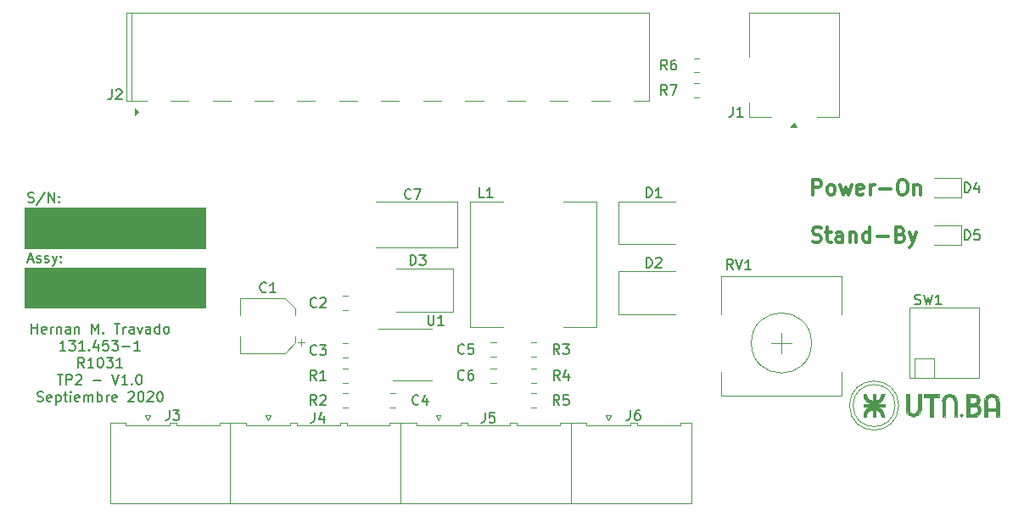
<source format=gbr>
G04 #@! TF.GenerationSoftware,KiCad,Pcbnew,5.1.5-52549c5~86~ubuntu18.04.1*
G04 #@! TF.CreationDate,2020-09-04T15:06:53-03:00*
G04 #@! TF.ProjectId,TPS54331,54505335-3433-4333-912e-6b696361645f,v1.0*
G04 #@! TF.SameCoordinates,Original*
G04 #@! TF.FileFunction,Legend,Top*
G04 #@! TF.FilePolarity,Positive*
%FSLAX46Y46*%
G04 Gerber Fmt 4.6, Leading zero omitted, Abs format (unit mm)*
G04 Created by KiCad (PCBNEW 5.1.5-52549c5~86~ubuntu18.04.1) date 2020-09-04 15:06:53*
%MOMM*%
%LPD*%
G04 APERTURE LIST*
%ADD10C,0.200000*%
%ADD11C,0.100000*%
%ADD12C,0.300000*%
%ADD13C,0.120000*%
%ADD14C,0.050000*%
%ADD15C,0.150000*%
%ADD16C,0.250000*%
%ADD17C,0.280000*%
G04 APERTURE END LIST*
D10*
X97416666Y-98552380D02*
X97416666Y-97552380D01*
X97416666Y-98028571D02*
X97988095Y-98028571D01*
X97988095Y-98552380D02*
X97988095Y-97552380D01*
X98845238Y-98504761D02*
X98750000Y-98552380D01*
X98559523Y-98552380D01*
X98464285Y-98504761D01*
X98416666Y-98409523D01*
X98416666Y-98028571D01*
X98464285Y-97933333D01*
X98559523Y-97885714D01*
X98750000Y-97885714D01*
X98845238Y-97933333D01*
X98892857Y-98028571D01*
X98892857Y-98123809D01*
X98416666Y-98219047D01*
X99321428Y-98552380D02*
X99321428Y-97885714D01*
X99321428Y-98076190D02*
X99369047Y-97980952D01*
X99416666Y-97933333D01*
X99511904Y-97885714D01*
X99607142Y-97885714D01*
X99940476Y-97885714D02*
X99940476Y-98552380D01*
X99940476Y-97980952D02*
X99988095Y-97933333D01*
X100083333Y-97885714D01*
X100226190Y-97885714D01*
X100321428Y-97933333D01*
X100369047Y-98028571D01*
X100369047Y-98552380D01*
X101273809Y-98552380D02*
X101273809Y-98028571D01*
X101226190Y-97933333D01*
X101130952Y-97885714D01*
X100940476Y-97885714D01*
X100845238Y-97933333D01*
X101273809Y-98504761D02*
X101178571Y-98552380D01*
X100940476Y-98552380D01*
X100845238Y-98504761D01*
X100797619Y-98409523D01*
X100797619Y-98314285D01*
X100845238Y-98219047D01*
X100940476Y-98171428D01*
X101178571Y-98171428D01*
X101273809Y-98123809D01*
X101750000Y-97885714D02*
X101750000Y-98552380D01*
X101750000Y-97980952D02*
X101797619Y-97933333D01*
X101892857Y-97885714D01*
X102035714Y-97885714D01*
X102130952Y-97933333D01*
X102178571Y-98028571D01*
X102178571Y-98552380D01*
X103416666Y-98552380D02*
X103416666Y-97552380D01*
X103750000Y-98266666D01*
X104083333Y-97552380D01*
X104083333Y-98552380D01*
X104559523Y-98457142D02*
X104607142Y-98504761D01*
X104559523Y-98552380D01*
X104511904Y-98504761D01*
X104559523Y-98457142D01*
X104559523Y-98552380D01*
X105654761Y-97552380D02*
X106226190Y-97552380D01*
X105940476Y-98552380D02*
X105940476Y-97552380D01*
X106559523Y-98552380D02*
X106559523Y-97885714D01*
X106559523Y-98076190D02*
X106607142Y-97980952D01*
X106654761Y-97933333D01*
X106750000Y-97885714D01*
X106845238Y-97885714D01*
X107607142Y-98552380D02*
X107607142Y-98028571D01*
X107559523Y-97933333D01*
X107464285Y-97885714D01*
X107273809Y-97885714D01*
X107178571Y-97933333D01*
X107607142Y-98504761D02*
X107511904Y-98552380D01*
X107273809Y-98552380D01*
X107178571Y-98504761D01*
X107130952Y-98409523D01*
X107130952Y-98314285D01*
X107178571Y-98219047D01*
X107273809Y-98171428D01*
X107511904Y-98171428D01*
X107607142Y-98123809D01*
X107988095Y-97885714D02*
X108226190Y-98552380D01*
X108464285Y-97885714D01*
X109273809Y-98552380D02*
X109273809Y-98028571D01*
X109226190Y-97933333D01*
X109130952Y-97885714D01*
X108940476Y-97885714D01*
X108845238Y-97933333D01*
X109273809Y-98504761D02*
X109178571Y-98552380D01*
X108940476Y-98552380D01*
X108845238Y-98504761D01*
X108797619Y-98409523D01*
X108797619Y-98314285D01*
X108845238Y-98219047D01*
X108940476Y-98171428D01*
X109178571Y-98171428D01*
X109273809Y-98123809D01*
X110178571Y-98552380D02*
X110178571Y-97552380D01*
X110178571Y-98504761D02*
X110083333Y-98552380D01*
X109892857Y-98552380D01*
X109797619Y-98504761D01*
X109750000Y-98457142D01*
X109702380Y-98361904D01*
X109702380Y-98076190D01*
X109750000Y-97980952D01*
X109797619Y-97933333D01*
X109892857Y-97885714D01*
X110083333Y-97885714D01*
X110178571Y-97933333D01*
X110797619Y-98552380D02*
X110702380Y-98504761D01*
X110654761Y-98457142D01*
X110607142Y-98361904D01*
X110607142Y-98076190D01*
X110654761Y-97980952D01*
X110702380Y-97933333D01*
X110797619Y-97885714D01*
X110940476Y-97885714D01*
X111035714Y-97933333D01*
X111083333Y-97980952D01*
X111130952Y-98076190D01*
X111130952Y-98361904D01*
X111083333Y-98457142D01*
X111035714Y-98504761D01*
X110940476Y-98552380D01*
X110797619Y-98552380D01*
X100821428Y-100252380D02*
X100250000Y-100252380D01*
X100535714Y-100252380D02*
X100535714Y-99252380D01*
X100440476Y-99395238D01*
X100345238Y-99490476D01*
X100250000Y-99538095D01*
X101154761Y-99252380D02*
X101773809Y-99252380D01*
X101440476Y-99633333D01*
X101583333Y-99633333D01*
X101678571Y-99680952D01*
X101726190Y-99728571D01*
X101773809Y-99823809D01*
X101773809Y-100061904D01*
X101726190Y-100157142D01*
X101678571Y-100204761D01*
X101583333Y-100252380D01*
X101297619Y-100252380D01*
X101202380Y-100204761D01*
X101154761Y-100157142D01*
X102726190Y-100252380D02*
X102154761Y-100252380D01*
X102440476Y-100252380D02*
X102440476Y-99252380D01*
X102345238Y-99395238D01*
X102250000Y-99490476D01*
X102154761Y-99538095D01*
X103154761Y-100157142D02*
X103202380Y-100204761D01*
X103154761Y-100252380D01*
X103107142Y-100204761D01*
X103154761Y-100157142D01*
X103154761Y-100252380D01*
X104059523Y-99585714D02*
X104059523Y-100252380D01*
X103821428Y-99204761D02*
X103583333Y-99919047D01*
X104202380Y-99919047D01*
X105059523Y-99252380D02*
X104583333Y-99252380D01*
X104535714Y-99728571D01*
X104583333Y-99680952D01*
X104678571Y-99633333D01*
X104916666Y-99633333D01*
X105011904Y-99680952D01*
X105059523Y-99728571D01*
X105107142Y-99823809D01*
X105107142Y-100061904D01*
X105059523Y-100157142D01*
X105011904Y-100204761D01*
X104916666Y-100252380D01*
X104678571Y-100252380D01*
X104583333Y-100204761D01*
X104535714Y-100157142D01*
X105440476Y-99252380D02*
X106059523Y-99252380D01*
X105726190Y-99633333D01*
X105869047Y-99633333D01*
X105964285Y-99680952D01*
X106011904Y-99728571D01*
X106059523Y-99823809D01*
X106059523Y-100061904D01*
X106011904Y-100157142D01*
X105964285Y-100204761D01*
X105869047Y-100252380D01*
X105583333Y-100252380D01*
X105488095Y-100204761D01*
X105440476Y-100157142D01*
X106488095Y-99871428D02*
X107250000Y-99871428D01*
X108250000Y-100252380D02*
X107678571Y-100252380D01*
X107964285Y-100252380D02*
X107964285Y-99252380D01*
X107869047Y-99395238D01*
X107773809Y-99490476D01*
X107678571Y-99538095D01*
X102654761Y-101952380D02*
X102321428Y-101476190D01*
X102083333Y-101952380D02*
X102083333Y-100952380D01*
X102464285Y-100952380D01*
X102559523Y-101000000D01*
X102607142Y-101047619D01*
X102654761Y-101142857D01*
X102654761Y-101285714D01*
X102607142Y-101380952D01*
X102559523Y-101428571D01*
X102464285Y-101476190D01*
X102083333Y-101476190D01*
X103607142Y-101952380D02*
X103035714Y-101952380D01*
X103321428Y-101952380D02*
X103321428Y-100952380D01*
X103226190Y-101095238D01*
X103130952Y-101190476D01*
X103035714Y-101238095D01*
X104226190Y-100952380D02*
X104321428Y-100952380D01*
X104416666Y-101000000D01*
X104464285Y-101047619D01*
X104511904Y-101142857D01*
X104559523Y-101333333D01*
X104559523Y-101571428D01*
X104511904Y-101761904D01*
X104464285Y-101857142D01*
X104416666Y-101904761D01*
X104321428Y-101952380D01*
X104226190Y-101952380D01*
X104130952Y-101904761D01*
X104083333Y-101857142D01*
X104035714Y-101761904D01*
X103988095Y-101571428D01*
X103988095Y-101333333D01*
X104035714Y-101142857D01*
X104083333Y-101047619D01*
X104130952Y-101000000D01*
X104226190Y-100952380D01*
X104892857Y-100952380D02*
X105511904Y-100952380D01*
X105178571Y-101333333D01*
X105321428Y-101333333D01*
X105416666Y-101380952D01*
X105464285Y-101428571D01*
X105511904Y-101523809D01*
X105511904Y-101761904D01*
X105464285Y-101857142D01*
X105416666Y-101904761D01*
X105321428Y-101952380D01*
X105035714Y-101952380D01*
X104940476Y-101904761D01*
X104892857Y-101857142D01*
X106464285Y-101952380D02*
X105892857Y-101952380D01*
X106178571Y-101952380D02*
X106178571Y-100952380D01*
X106083333Y-101095238D01*
X105988095Y-101190476D01*
X105892857Y-101238095D01*
X99988095Y-102652380D02*
X100559523Y-102652380D01*
X100273809Y-103652380D02*
X100273809Y-102652380D01*
X100892857Y-103652380D02*
X100892857Y-102652380D01*
X101273809Y-102652380D01*
X101369047Y-102700000D01*
X101416666Y-102747619D01*
X101464285Y-102842857D01*
X101464285Y-102985714D01*
X101416666Y-103080952D01*
X101369047Y-103128571D01*
X101273809Y-103176190D01*
X100892857Y-103176190D01*
X101845238Y-102747619D02*
X101892857Y-102700000D01*
X101988095Y-102652380D01*
X102226190Y-102652380D01*
X102321428Y-102700000D01*
X102369047Y-102747619D01*
X102416666Y-102842857D01*
X102416666Y-102938095D01*
X102369047Y-103080952D01*
X101797619Y-103652380D01*
X102416666Y-103652380D01*
X103607142Y-103271428D02*
X104369047Y-103271428D01*
X105464285Y-102652380D02*
X105797619Y-103652380D01*
X106130952Y-102652380D01*
X106988095Y-103652380D02*
X106416666Y-103652380D01*
X106702380Y-103652380D02*
X106702380Y-102652380D01*
X106607142Y-102795238D01*
X106511904Y-102890476D01*
X106416666Y-102938095D01*
X107416666Y-103557142D02*
X107464285Y-103604761D01*
X107416666Y-103652380D01*
X107369047Y-103604761D01*
X107416666Y-103557142D01*
X107416666Y-103652380D01*
X108083333Y-102652380D02*
X108178571Y-102652380D01*
X108273809Y-102700000D01*
X108321428Y-102747619D01*
X108369047Y-102842857D01*
X108416666Y-103033333D01*
X108416666Y-103271428D01*
X108369047Y-103461904D01*
X108321428Y-103557142D01*
X108273809Y-103604761D01*
X108178571Y-103652380D01*
X108083333Y-103652380D01*
X107988095Y-103604761D01*
X107940476Y-103557142D01*
X107892857Y-103461904D01*
X107845238Y-103271428D01*
X107845238Y-103033333D01*
X107892857Y-102842857D01*
X107940476Y-102747619D01*
X107988095Y-102700000D01*
X108083333Y-102652380D01*
X97988095Y-105304761D02*
X98130952Y-105352380D01*
X98369047Y-105352380D01*
X98464285Y-105304761D01*
X98511904Y-105257142D01*
X98559523Y-105161904D01*
X98559523Y-105066666D01*
X98511904Y-104971428D01*
X98464285Y-104923809D01*
X98369047Y-104876190D01*
X98178571Y-104828571D01*
X98083333Y-104780952D01*
X98035714Y-104733333D01*
X97988095Y-104638095D01*
X97988095Y-104542857D01*
X98035714Y-104447619D01*
X98083333Y-104400000D01*
X98178571Y-104352380D01*
X98416666Y-104352380D01*
X98559523Y-104400000D01*
X99369047Y-105304761D02*
X99273809Y-105352380D01*
X99083333Y-105352380D01*
X98988095Y-105304761D01*
X98940476Y-105209523D01*
X98940476Y-104828571D01*
X98988095Y-104733333D01*
X99083333Y-104685714D01*
X99273809Y-104685714D01*
X99369047Y-104733333D01*
X99416666Y-104828571D01*
X99416666Y-104923809D01*
X98940476Y-105019047D01*
X99845238Y-104685714D02*
X99845238Y-105685714D01*
X99845238Y-104733333D02*
X99940476Y-104685714D01*
X100130952Y-104685714D01*
X100226190Y-104733333D01*
X100273809Y-104780952D01*
X100321428Y-104876190D01*
X100321428Y-105161904D01*
X100273809Y-105257142D01*
X100226190Y-105304761D01*
X100130952Y-105352380D01*
X99940476Y-105352380D01*
X99845238Y-105304761D01*
X100607142Y-104685714D02*
X100988095Y-104685714D01*
X100750000Y-104352380D02*
X100750000Y-105209523D01*
X100797619Y-105304761D01*
X100892857Y-105352380D01*
X100988095Y-105352380D01*
X101321428Y-105352380D02*
X101321428Y-104685714D01*
X101321428Y-104352380D02*
X101273809Y-104400000D01*
X101321428Y-104447619D01*
X101369047Y-104400000D01*
X101321428Y-104352380D01*
X101321428Y-104447619D01*
X102178571Y-105304761D02*
X102083333Y-105352380D01*
X101892857Y-105352380D01*
X101797619Y-105304761D01*
X101750000Y-105209523D01*
X101750000Y-104828571D01*
X101797619Y-104733333D01*
X101892857Y-104685714D01*
X102083333Y-104685714D01*
X102178571Y-104733333D01*
X102226190Y-104828571D01*
X102226190Y-104923809D01*
X101750000Y-105019047D01*
X102654761Y-105352380D02*
X102654761Y-104685714D01*
X102654761Y-104780952D02*
X102702380Y-104733333D01*
X102797619Y-104685714D01*
X102940476Y-104685714D01*
X103035714Y-104733333D01*
X103083333Y-104828571D01*
X103083333Y-105352380D01*
X103083333Y-104828571D02*
X103130952Y-104733333D01*
X103226190Y-104685714D01*
X103369047Y-104685714D01*
X103464285Y-104733333D01*
X103511904Y-104828571D01*
X103511904Y-105352380D01*
X103988095Y-105352380D02*
X103988095Y-104352380D01*
X103988095Y-104733333D02*
X104083333Y-104685714D01*
X104273809Y-104685714D01*
X104369047Y-104733333D01*
X104416666Y-104780952D01*
X104464285Y-104876190D01*
X104464285Y-105161904D01*
X104416666Y-105257142D01*
X104369047Y-105304761D01*
X104273809Y-105352380D01*
X104083333Y-105352380D01*
X103988095Y-105304761D01*
X104892857Y-105352380D02*
X104892857Y-104685714D01*
X104892857Y-104876190D02*
X104940476Y-104780952D01*
X104988095Y-104733333D01*
X105083333Y-104685714D01*
X105178571Y-104685714D01*
X105892857Y-105304761D02*
X105797619Y-105352380D01*
X105607142Y-105352380D01*
X105511904Y-105304761D01*
X105464285Y-105209523D01*
X105464285Y-104828571D01*
X105511904Y-104733333D01*
X105607142Y-104685714D01*
X105797619Y-104685714D01*
X105892857Y-104733333D01*
X105940476Y-104828571D01*
X105940476Y-104923809D01*
X105464285Y-105019047D01*
X107083333Y-104447619D02*
X107130952Y-104400000D01*
X107226190Y-104352380D01*
X107464285Y-104352380D01*
X107559523Y-104400000D01*
X107607142Y-104447619D01*
X107654761Y-104542857D01*
X107654761Y-104638095D01*
X107607142Y-104780952D01*
X107035714Y-105352380D01*
X107654761Y-105352380D01*
X108273809Y-104352380D02*
X108369047Y-104352380D01*
X108464285Y-104400000D01*
X108511904Y-104447619D01*
X108559523Y-104542857D01*
X108607142Y-104733333D01*
X108607142Y-104971428D01*
X108559523Y-105161904D01*
X108511904Y-105257142D01*
X108464285Y-105304761D01*
X108369047Y-105352380D01*
X108273809Y-105352380D01*
X108178571Y-105304761D01*
X108130952Y-105257142D01*
X108083333Y-105161904D01*
X108035714Y-104971428D01*
X108035714Y-104733333D01*
X108083333Y-104542857D01*
X108130952Y-104447619D01*
X108178571Y-104400000D01*
X108273809Y-104352380D01*
X108988095Y-104447619D02*
X109035714Y-104400000D01*
X109130952Y-104352380D01*
X109369047Y-104352380D01*
X109464285Y-104400000D01*
X109511904Y-104447619D01*
X109559523Y-104542857D01*
X109559523Y-104638095D01*
X109511904Y-104780952D01*
X108940476Y-105352380D01*
X109559523Y-105352380D01*
X110178571Y-104352380D02*
X110273809Y-104352380D01*
X110369047Y-104400000D01*
X110416666Y-104447619D01*
X110464285Y-104542857D01*
X110511904Y-104733333D01*
X110511904Y-104971428D01*
X110464285Y-105161904D01*
X110416666Y-105257142D01*
X110369047Y-105304761D01*
X110273809Y-105352380D01*
X110178571Y-105352380D01*
X110083333Y-105304761D01*
X110035714Y-105257142D01*
X109988095Y-105161904D01*
X109940476Y-104971428D01*
X109940476Y-104733333D01*
X109988095Y-104542857D01*
X110035714Y-104447619D01*
X110083333Y-104400000D01*
X110178571Y-104352380D01*
X97070476Y-91166666D02*
X97546666Y-91166666D01*
X96975238Y-91452380D02*
X97308571Y-90452380D01*
X97641904Y-91452380D01*
X97927619Y-91404761D02*
X98022857Y-91452380D01*
X98213333Y-91452380D01*
X98308571Y-91404761D01*
X98356190Y-91309523D01*
X98356190Y-91261904D01*
X98308571Y-91166666D01*
X98213333Y-91119047D01*
X98070476Y-91119047D01*
X97975238Y-91071428D01*
X97927619Y-90976190D01*
X97927619Y-90928571D01*
X97975238Y-90833333D01*
X98070476Y-90785714D01*
X98213333Y-90785714D01*
X98308571Y-90833333D01*
X98737142Y-91404761D02*
X98832380Y-91452380D01*
X99022857Y-91452380D01*
X99118095Y-91404761D01*
X99165714Y-91309523D01*
X99165714Y-91261904D01*
X99118095Y-91166666D01*
X99022857Y-91119047D01*
X98880000Y-91119047D01*
X98784761Y-91071428D01*
X98737142Y-90976190D01*
X98737142Y-90928571D01*
X98784761Y-90833333D01*
X98880000Y-90785714D01*
X99022857Y-90785714D01*
X99118095Y-90833333D01*
X99499047Y-90785714D02*
X99737142Y-91452380D01*
X99975238Y-90785714D02*
X99737142Y-91452380D01*
X99641904Y-91690476D01*
X99594285Y-91738095D01*
X99499047Y-91785714D01*
X100356190Y-91357142D02*
X100403809Y-91404761D01*
X100356190Y-91452380D01*
X100308571Y-91404761D01*
X100356190Y-91357142D01*
X100356190Y-91452380D01*
X100356190Y-90833333D02*
X100403809Y-90880952D01*
X100356190Y-90928571D01*
X100308571Y-90880952D01*
X100356190Y-90833333D01*
X100356190Y-90928571D01*
D11*
G36*
X114750000Y-96000000D02*
G01*
X96750000Y-96000000D01*
X96750000Y-92000000D01*
X114750000Y-92000000D01*
X114750000Y-96000000D01*
G37*
X114750000Y-96000000D02*
X96750000Y-96000000D01*
X96750000Y-92000000D01*
X114750000Y-92000000D01*
X114750000Y-96000000D01*
D10*
X97070476Y-85404761D02*
X97213333Y-85452380D01*
X97451428Y-85452380D01*
X97546666Y-85404761D01*
X97594285Y-85357142D01*
X97641904Y-85261904D01*
X97641904Y-85166666D01*
X97594285Y-85071428D01*
X97546666Y-85023809D01*
X97451428Y-84976190D01*
X97260952Y-84928571D01*
X97165714Y-84880952D01*
X97118095Y-84833333D01*
X97070476Y-84738095D01*
X97070476Y-84642857D01*
X97118095Y-84547619D01*
X97165714Y-84500000D01*
X97260952Y-84452380D01*
X97499047Y-84452380D01*
X97641904Y-84500000D01*
X98784761Y-84404761D02*
X97927619Y-85690476D01*
X99118095Y-85452380D02*
X99118095Y-84452380D01*
X99689523Y-85452380D01*
X99689523Y-84452380D01*
X100165714Y-85357142D02*
X100213333Y-85404761D01*
X100165714Y-85452380D01*
X100118095Y-85404761D01*
X100165714Y-85357142D01*
X100165714Y-85452380D01*
X100165714Y-84833333D02*
X100213333Y-84880952D01*
X100165714Y-84928571D01*
X100118095Y-84880952D01*
X100165714Y-84833333D01*
X100165714Y-84928571D01*
D11*
G36*
X114750000Y-90000000D02*
G01*
X96750000Y-90000000D01*
X96750000Y-86000000D01*
X114750000Y-86000000D01*
X114750000Y-90000000D01*
G37*
X114750000Y-90000000D02*
X96750000Y-90000000D01*
X96750000Y-86000000D01*
X114750000Y-86000000D01*
X114750000Y-90000000D01*
D12*
X175392857Y-84678571D02*
X175392857Y-83178571D01*
X175964285Y-83178571D01*
X176107142Y-83250000D01*
X176178571Y-83321428D01*
X176250000Y-83464285D01*
X176250000Y-83678571D01*
X176178571Y-83821428D01*
X176107142Y-83892857D01*
X175964285Y-83964285D01*
X175392857Y-83964285D01*
X177107142Y-84678571D02*
X176964285Y-84607142D01*
X176892857Y-84535714D01*
X176821428Y-84392857D01*
X176821428Y-83964285D01*
X176892857Y-83821428D01*
X176964285Y-83750000D01*
X177107142Y-83678571D01*
X177321428Y-83678571D01*
X177464285Y-83750000D01*
X177535714Y-83821428D01*
X177607142Y-83964285D01*
X177607142Y-84392857D01*
X177535714Y-84535714D01*
X177464285Y-84607142D01*
X177321428Y-84678571D01*
X177107142Y-84678571D01*
X178107142Y-83678571D02*
X178392857Y-84678571D01*
X178678571Y-83964285D01*
X178964285Y-84678571D01*
X179250000Y-83678571D01*
X180392857Y-84607142D02*
X180250000Y-84678571D01*
X179964285Y-84678571D01*
X179821428Y-84607142D01*
X179750000Y-84464285D01*
X179750000Y-83892857D01*
X179821428Y-83750000D01*
X179964285Y-83678571D01*
X180250000Y-83678571D01*
X180392857Y-83750000D01*
X180464285Y-83892857D01*
X180464285Y-84035714D01*
X179750000Y-84178571D01*
X181107142Y-84678571D02*
X181107142Y-83678571D01*
X181107142Y-83964285D02*
X181178571Y-83821428D01*
X181250000Y-83750000D01*
X181392857Y-83678571D01*
X181535714Y-83678571D01*
X182035714Y-84107142D02*
X183178571Y-84107142D01*
X184178571Y-83178571D02*
X184464285Y-83178571D01*
X184607142Y-83250000D01*
X184750000Y-83392857D01*
X184821428Y-83678571D01*
X184821428Y-84178571D01*
X184750000Y-84464285D01*
X184607142Y-84607142D01*
X184464285Y-84678571D01*
X184178571Y-84678571D01*
X184035714Y-84607142D01*
X183892857Y-84464285D01*
X183821428Y-84178571D01*
X183821428Y-83678571D01*
X183892857Y-83392857D01*
X184035714Y-83250000D01*
X184178571Y-83178571D01*
X185464285Y-83678571D02*
X185464285Y-84678571D01*
X185464285Y-83821428D02*
X185535714Y-83750000D01*
X185678571Y-83678571D01*
X185892857Y-83678571D01*
X186035714Y-83750000D01*
X186107142Y-83892857D01*
X186107142Y-84678571D01*
X175357142Y-89357142D02*
X175571428Y-89428571D01*
X175928571Y-89428571D01*
X176071428Y-89357142D01*
X176142857Y-89285714D01*
X176214285Y-89142857D01*
X176214285Y-89000000D01*
X176142857Y-88857142D01*
X176071428Y-88785714D01*
X175928571Y-88714285D01*
X175642857Y-88642857D01*
X175500000Y-88571428D01*
X175428571Y-88500000D01*
X175357142Y-88357142D01*
X175357142Y-88214285D01*
X175428571Y-88071428D01*
X175500000Y-88000000D01*
X175642857Y-87928571D01*
X176000000Y-87928571D01*
X176214285Y-88000000D01*
X176642857Y-88428571D02*
X177214285Y-88428571D01*
X176857142Y-87928571D02*
X176857142Y-89214285D01*
X176928571Y-89357142D01*
X177071428Y-89428571D01*
X177214285Y-89428571D01*
X178357142Y-89428571D02*
X178357142Y-88642857D01*
X178285714Y-88500000D01*
X178142857Y-88428571D01*
X177857142Y-88428571D01*
X177714285Y-88500000D01*
X178357142Y-89357142D02*
X178214285Y-89428571D01*
X177857142Y-89428571D01*
X177714285Y-89357142D01*
X177642857Y-89214285D01*
X177642857Y-89071428D01*
X177714285Y-88928571D01*
X177857142Y-88857142D01*
X178214285Y-88857142D01*
X178357142Y-88785714D01*
X179071428Y-88428571D02*
X179071428Y-89428571D01*
X179071428Y-88571428D02*
X179142857Y-88500000D01*
X179285714Y-88428571D01*
X179500000Y-88428571D01*
X179642857Y-88500000D01*
X179714285Y-88642857D01*
X179714285Y-89428571D01*
X181071428Y-89428571D02*
X181071428Y-87928571D01*
X181071428Y-89357142D02*
X180928571Y-89428571D01*
X180642857Y-89428571D01*
X180500000Y-89357142D01*
X180428571Y-89285714D01*
X180357142Y-89142857D01*
X180357142Y-88714285D01*
X180428571Y-88571428D01*
X180500000Y-88500000D01*
X180642857Y-88428571D01*
X180928571Y-88428571D01*
X181071428Y-88500000D01*
X181785714Y-88857142D02*
X182928571Y-88857142D01*
X184142857Y-88642857D02*
X184357142Y-88714285D01*
X184428571Y-88785714D01*
X184500000Y-88928571D01*
X184500000Y-89142857D01*
X184428571Y-89285714D01*
X184357142Y-89357142D01*
X184214285Y-89428571D01*
X183642857Y-89428571D01*
X183642857Y-87928571D01*
X184142857Y-87928571D01*
X184285714Y-88000000D01*
X184357142Y-88071428D01*
X184428571Y-88214285D01*
X184428571Y-88357142D01*
X184357142Y-88500000D01*
X184285714Y-88571428D01*
X184142857Y-88642857D01*
X183642857Y-88642857D01*
X185000000Y-88428571D02*
X185357142Y-89428571D01*
X185714285Y-88428571D02*
X185357142Y-89428571D01*
X185214285Y-89785714D01*
X185142857Y-89857142D01*
X185000000Y-89928571D01*
D13*
X155250000Y-106750000D02*
X155000000Y-107250000D01*
X154750000Y-106750000D02*
X155250000Y-106750000D01*
X155000000Y-107250000D02*
X154750000Y-106750000D01*
X152800000Y-107700000D02*
X157200000Y-107700000D01*
X157880000Y-107700000D02*
X162180000Y-107700000D01*
X152800000Y-107500000D02*
X152800000Y-107700000D01*
X157200000Y-107700000D02*
X157200000Y-107500000D01*
X151250000Y-115500000D02*
X163250000Y-115500000D01*
X163250000Y-115500000D02*
X163250000Y-107500000D01*
X162180000Y-107500000D02*
X163250000Y-107500000D01*
X162180000Y-107700000D02*
X162180000Y-107500000D01*
X152800000Y-107500000D02*
X151250000Y-107500000D01*
X157200000Y-107500000D02*
X157880000Y-107500000D01*
X157880000Y-107500000D02*
X157880000Y-107700000D01*
X151250000Y-115500000D02*
X151250000Y-107500000D01*
X138250000Y-106750000D02*
X138000000Y-107250000D01*
X137750000Y-106750000D02*
X138250000Y-106750000D01*
X138000000Y-107250000D02*
X137750000Y-106750000D01*
X134250000Y-107500000D02*
X135800000Y-107500000D01*
X134250000Y-115500000D02*
X134250000Y-107500000D01*
X140200000Y-107500000D02*
X140880000Y-107500000D01*
X135800000Y-107700000D02*
X140200000Y-107700000D01*
X151250000Y-115500000D02*
X151250000Y-107500000D01*
X150160000Y-107700000D02*
X150160000Y-107500000D01*
X150160000Y-107500000D02*
X151250000Y-107500000D01*
X145860000Y-107700000D02*
X150160000Y-107700000D01*
X140200000Y-107700000D02*
X140200000Y-107500000D01*
X145860000Y-107500000D02*
X145860000Y-107700000D01*
X140880000Y-107500000D02*
X140880000Y-107700000D01*
X145180000Y-107700000D02*
X145180000Y-107500000D01*
X140880000Y-107700000D02*
X145180000Y-107700000D01*
X135800000Y-107500000D02*
X135800000Y-107700000D01*
X134250000Y-115500000D02*
X151250000Y-115500000D01*
X145200000Y-107500000D02*
X145860000Y-107500000D01*
X121250000Y-106750000D02*
X121000000Y-107250000D01*
X120750000Y-106750000D02*
X121250000Y-106750000D01*
X121000000Y-107250000D02*
X120750000Y-106750000D01*
X117250000Y-107500000D02*
X118800000Y-107500000D01*
X117250000Y-115500000D02*
X117250000Y-107500000D01*
X123200000Y-107500000D02*
X123880000Y-107500000D01*
X118800000Y-107700000D02*
X123200000Y-107700000D01*
X134250000Y-115500000D02*
X134250000Y-107500000D01*
X133160000Y-107700000D02*
X133160000Y-107500000D01*
X133160000Y-107500000D02*
X134250000Y-107500000D01*
X128860000Y-107700000D02*
X133160000Y-107700000D01*
X123200000Y-107700000D02*
X123200000Y-107500000D01*
X128860000Y-107500000D02*
X128860000Y-107700000D01*
X123880000Y-107500000D02*
X123880000Y-107700000D01*
X128180000Y-107700000D02*
X128180000Y-107500000D01*
X123880000Y-107700000D02*
X128180000Y-107700000D01*
X118800000Y-107500000D02*
X118800000Y-107700000D01*
X117250000Y-115500000D02*
X134250000Y-115500000D01*
X128200000Y-107500000D02*
X128860000Y-107500000D01*
X109250000Y-106750000D02*
X109000000Y-107250000D01*
X108750000Y-106750000D02*
X109250000Y-106750000D01*
X109000000Y-107250000D02*
X108750000Y-106750000D01*
X106800000Y-107700000D02*
X111200000Y-107700000D01*
X111880000Y-107700000D02*
X116180000Y-107700000D01*
X106800000Y-107500000D02*
X106800000Y-107700000D01*
X111200000Y-107700000D02*
X111200000Y-107500000D01*
X105250000Y-115500000D02*
X117250000Y-115500000D01*
X117250000Y-115500000D02*
X117250000Y-107500000D01*
X116180000Y-107500000D02*
X117250000Y-107500000D01*
X116180000Y-107700000D02*
X116180000Y-107500000D01*
X106800000Y-107500000D02*
X105250000Y-107500000D01*
X111200000Y-107500000D02*
X111880000Y-107500000D01*
X111880000Y-107500000D02*
X111880000Y-107700000D01*
X105250000Y-115500000D02*
X105250000Y-107500000D01*
D14*
X187375000Y-106875000D02*
X187375000Y-106800000D01*
X187150000Y-106875000D02*
X187375000Y-106875000D01*
X187150000Y-106800000D02*
X187150000Y-106875000D01*
D15*
X187300000Y-106800000D02*
X187300000Y-104900000D01*
X187200000Y-104900000D02*
X187200000Y-106800000D01*
D14*
X187950000Y-104675000D02*
X187950000Y-104800000D01*
X186550000Y-104700000D02*
X186550000Y-104800000D01*
D15*
X187925000Y-104825000D02*
X186575000Y-104825000D01*
X186575000Y-104675000D02*
X187925000Y-104675000D01*
D14*
X190275000Y-106750000D02*
G75*
G03X190275000Y-106750000I-25000J0D01*
G01*
D10*
X190325000Y-106750000D02*
G75*
G03X190325000Y-106750000I-75000J0D01*
G01*
D14*
X189775000Y-106850000D02*
X189775000Y-106775000D01*
X189525000Y-106850000D02*
X189775000Y-106850000D01*
X189525000Y-106775000D02*
X189525000Y-106850000D01*
X188575000Y-106850000D02*
X188575000Y-106775000D01*
X188325000Y-106850000D02*
X188575000Y-106850000D01*
X188325000Y-106750000D02*
X188325000Y-106850000D01*
X184975000Y-104650000D02*
X184975000Y-104725000D01*
X184725000Y-104650000D02*
X184975000Y-104650000D01*
X184725000Y-104725000D02*
X184725000Y-104650000D01*
X186175000Y-104650000D02*
X186175000Y-104725000D01*
X185925000Y-104650000D02*
X186175000Y-104650000D01*
X185925000Y-104750000D02*
X185925000Y-104650000D01*
D16*
X184850000Y-106150000D02*
X184850000Y-104750000D01*
X186050000Y-106150000D02*
G75*
G02X184850000Y-106150000I-600000J0D01*
G01*
X186050000Y-106150000D02*
X186050000Y-104750000D01*
X189650000Y-105350000D02*
X189650000Y-106750000D01*
X188450000Y-105350000D02*
G75*
G02X189650000Y-105350000I600000J0D01*
G01*
X188450000Y-105350000D02*
X188450000Y-106750000D01*
X192800000Y-106150000D02*
X193725000Y-106150000D01*
D14*
X193975000Y-106850000D02*
X193975000Y-106775000D01*
X193950000Y-106850000D02*
X193975000Y-106850000D01*
X193725000Y-106850000D02*
X193950000Y-106850000D01*
X193725000Y-106750000D02*
X193725000Y-106850000D01*
X192525000Y-106750000D02*
X192775000Y-106750000D01*
X192775000Y-106800000D02*
X192525000Y-106800000D01*
X192525000Y-106850000D02*
X192775000Y-106850000D01*
D16*
X193850000Y-105350000D02*
X193850000Y-106750000D01*
X192650000Y-105350000D02*
X192650000Y-106750000D01*
X192650000Y-105350000D02*
G75*
G02X193850000Y-105350000I600000J0D01*
G01*
X191475000Y-105700000D02*
X191000000Y-105700000D01*
X190875000Y-106750000D02*
X191500000Y-106750000D01*
X190875000Y-104750000D02*
X190875000Y-106750000D01*
X191475000Y-104750000D02*
X190875000Y-104750000D01*
X191475000Y-104750000D02*
G75*
G02X191475000Y-105700000I0J-475000D01*
G01*
D17*
X191525000Y-105700000D02*
G75*
G02X191525000Y-106750000I0J-525000D01*
G01*
D14*
X190750000Y-106850000D02*
X191750000Y-106850000D01*
X190750000Y-104675000D02*
X190750000Y-106875000D01*
X190725000Y-104650000D02*
X191700000Y-104650000D01*
X191000000Y-104900000D02*
X191000000Y-105550000D01*
X191475000Y-104900000D02*
G75*
G02X191475000Y-105550000I0J-325000D01*
G01*
X191525000Y-105850000D02*
G75*
G02X191525000Y-106600000I0J-375000D01*
G01*
X191000000Y-106600000D02*
X191525000Y-106600000D01*
X191525000Y-105550000D02*
G75*
G02X191525000Y-106900000I0J-675000D01*
G01*
X191475000Y-104600000D02*
G75*
G02X191475000Y-105850000I0J-625000D01*
G01*
X190700000Y-104600000D02*
X191475000Y-104600000D01*
X191000000Y-104900000D02*
X191475000Y-104900000D01*
X191000000Y-105550000D02*
X191525000Y-105550000D01*
X191000000Y-105850000D02*
X191525000Y-105850000D01*
X191000000Y-106900000D02*
X191525000Y-106900000D01*
X191000000Y-106600000D02*
X191000000Y-105850000D01*
X191000000Y-106900000D02*
X190700000Y-106900000D01*
X190700000Y-106900000D02*
X190700000Y-104600000D01*
X193700000Y-106000000D02*
X192800000Y-106000000D01*
X192800000Y-106300000D02*
X193700000Y-106300000D01*
X194000000Y-106900000D02*
X194000000Y-105350000D01*
X192500000Y-105350000D02*
G75*
G02X194000000Y-105350000I750000J0D01*
G01*
X192800000Y-106900000D02*
X192500000Y-106900000D01*
X192500000Y-106900000D02*
X192500000Y-105350000D01*
X193700000Y-106900000D02*
X193700000Y-105350000D01*
X194000000Y-106900000D02*
X193700000Y-106900000D01*
X192800000Y-106900000D02*
X192800000Y-105350000D01*
X192800000Y-105350000D02*
G75*
G02X193700000Y-105350000I450000J0D01*
G01*
X190400000Y-106750000D02*
G75*
G03X190400000Y-106750000I-150000J0D01*
G01*
X188300000Y-105350000D02*
G75*
G02X189800000Y-105350000I750000J0D01*
G01*
X189800000Y-106900000D02*
X189800000Y-105350000D01*
X189800000Y-106900000D02*
X189500000Y-106900000D01*
X188600000Y-106900000D02*
X188600000Y-105350000D01*
X188600000Y-106900000D02*
X188300000Y-106900000D01*
X188600000Y-105350000D02*
G75*
G02X189500000Y-105350000I450000J0D01*
G01*
X189500000Y-106900000D02*
X189500000Y-105350000D01*
X188300000Y-106900000D02*
X188300000Y-105350000D01*
X187400000Y-104900000D02*
X188000000Y-104900000D01*
X186500000Y-104900000D02*
X187100000Y-104900000D01*
X187400000Y-106900000D02*
X187400000Y-104900000D01*
X187100000Y-106900000D02*
X187400000Y-106900000D01*
X187100000Y-104900000D02*
X187100000Y-106900000D01*
X188000000Y-104600000D02*
X188000000Y-104900000D01*
X186500000Y-104600000D02*
X188000000Y-104600000D01*
X186500000Y-104600000D02*
X186500000Y-104900000D01*
X186200000Y-106150000D02*
G75*
G02X184700000Y-106150000I-750000J0D01*
G01*
X185900000Y-106150000D02*
G75*
G02X185000000Y-106150000I-450000J0D01*
G01*
X185900000Y-104600000D02*
X185900000Y-106150000D01*
X185900000Y-104600000D02*
X186200000Y-104600000D01*
X186200000Y-104600000D02*
X186200000Y-106150000D01*
X184700000Y-104600000D02*
X184700000Y-106150000D01*
X185000000Y-104600000D02*
X185000000Y-106150000D01*
X184700000Y-104600000D02*
X185000000Y-104600000D01*
D11*
X180700043Y-106849338D02*
G75*
G02X182299999Y-106850001I799957J-50662D01*
G01*
X180499980Y-106850432D02*
G75*
G02X182499999Y-106850001I1000020J-49568D01*
G01*
D16*
X180600036Y-106799691D02*
G75*
G02X182399999Y-106800001I899964J-100309D01*
G01*
D11*
X182500020Y-104649568D02*
G75*
G02X180500001Y-104649999I-1000020J49568D01*
G01*
X182299957Y-104650662D02*
G75*
G02X180700001Y-104649999I-799957J50662D01*
G01*
D16*
X182399964Y-104700309D02*
G75*
G02X180600001Y-104699999I-899964J100309D01*
G01*
X180600000Y-105750000D02*
X182400000Y-105750000D01*
D14*
X180600000Y-105600000D02*
X180600000Y-105900000D01*
X182400000Y-105600000D02*
X182400000Y-105900000D01*
X182450000Y-105600000D02*
X182450000Y-105900000D01*
X182500000Y-105600000D02*
X182500000Y-105900000D01*
X180550000Y-105900000D02*
X180550000Y-105600000D01*
X180500000Y-105600000D02*
X180500000Y-105900000D01*
D16*
X181500000Y-104700000D02*
X181500000Y-106800000D01*
D14*
X181375000Y-104700000D02*
X181625000Y-104700000D01*
X181375000Y-106800000D02*
X181625000Y-106800000D01*
X181375000Y-106850000D02*
X181625000Y-106850000D01*
X181375000Y-104650000D02*
X181625000Y-104650000D01*
X182250000Y-104600000D02*
G75*
G02X180750000Y-104600000I-750000J0D01*
G01*
X180450000Y-104600000D02*
X180750000Y-104600000D01*
X182550000Y-104600000D02*
X182250000Y-104600000D01*
X180450000Y-104600000D02*
G75*
G03X182550000Y-104600000I1050000J0D01*
G01*
X180750000Y-106900000D02*
G75*
G02X182250000Y-106900000I750000J0D01*
G01*
X182550000Y-106900000D02*
X182250000Y-106900000D01*
X180450000Y-106900000D02*
X180750000Y-106900000D01*
X181350000Y-105900000D02*
X181350000Y-106900000D01*
X181340000Y-105900000D02*
X181350000Y-105900000D01*
X180450000Y-105900000D02*
X181700000Y-105900000D01*
X180450000Y-105600000D02*
X180450000Y-105900000D01*
X182550000Y-105600000D02*
X180450000Y-105600000D01*
X182550000Y-105900000D02*
X182550000Y-105600000D01*
X181650000Y-105900000D02*
X182550000Y-105900000D01*
X181650000Y-106900000D02*
X181650000Y-105900000D01*
X181350000Y-106900000D02*
X181650000Y-106900000D01*
X181350000Y-104600000D02*
X181350000Y-105950000D01*
X181650000Y-104600000D02*
X181650000Y-106000000D01*
X181350000Y-104600000D02*
X181650000Y-104600000D01*
D13*
X183600000Y-105750000D02*
G75*
G03X183600000Y-105750000I-2100000J0D01*
G01*
X183950000Y-105750000D02*
G75*
G03X183950000Y-105750000I-2450000J0D01*
G01*
D14*
X182550000Y-106900000D02*
G75*
G03X180450000Y-106900000I-1050000J0D01*
G01*
D13*
X175250417Y-99500000D02*
G75*
G03X175250417Y-99500000I-3000417J0D01*
G01*
X166250000Y-104800000D02*
X166250000Y-102400000D01*
X178250000Y-104800000D02*
X178250000Y-102400000D01*
X178250000Y-104800000D02*
X166250000Y-104800000D01*
X178250000Y-92800000D02*
X178250000Y-96600000D01*
X166250000Y-92800000D02*
X166250000Y-96600000D01*
X172250000Y-98500000D02*
X172250000Y-100500000D01*
X171250000Y-99500000D02*
X173250000Y-99500000D01*
X166250000Y-92800000D02*
X178250000Y-92800000D01*
X147758578Y-104540000D02*
X147241422Y-104540000D01*
X147758578Y-105960000D02*
X147241422Y-105960000D01*
X135450000Y-98090000D02*
X132000000Y-98090000D01*
X135450000Y-98090000D02*
X137400000Y-98090000D01*
X135450000Y-103210000D02*
X133500000Y-103210000D01*
X135450000Y-103210000D02*
X137400000Y-103210000D01*
X185500000Y-101000000D02*
X185500000Y-103000000D01*
X187500000Y-101000000D02*
X185500000Y-101000000D01*
X187500000Y-103000000D02*
X187500000Y-101000000D01*
X185000000Y-96000000D02*
X185000000Y-103000000D01*
X192000000Y-96000000D02*
X185000000Y-96000000D01*
X192000000Y-103000000D02*
X192000000Y-96000000D01*
X185000000Y-103000000D02*
X192000000Y-103000000D01*
X164008578Y-73540000D02*
X163491422Y-73540000D01*
X164008578Y-74960000D02*
X163491422Y-74960000D01*
X164008578Y-71040000D02*
X163491422Y-71040000D01*
X164008578Y-72460000D02*
X163491422Y-72460000D01*
X147241422Y-103460000D02*
X147758578Y-103460000D01*
X147241422Y-102040000D02*
X147758578Y-102040000D01*
X147241422Y-100860000D02*
X147758578Y-100860000D01*
X147241422Y-99440000D02*
X147758578Y-99440000D01*
X129008578Y-104540000D02*
X128491422Y-104540000D01*
X129008578Y-105960000D02*
X128491422Y-105960000D01*
X128491422Y-103460000D02*
X129008578Y-103460000D01*
X128491422Y-102040000D02*
X129008578Y-102040000D01*
X150450000Y-85350000D02*
X153750000Y-85350000D01*
X153750000Y-97950000D02*
X150450000Y-97950000D01*
X153750000Y-85350000D02*
X153750000Y-97950000D01*
X141150000Y-85350000D02*
X144450000Y-85350000D01*
X141150000Y-97950000D02*
X141150000Y-85350000D01*
X144450000Y-97950000D02*
X141150000Y-97950000D01*
X106900000Y-66500000D02*
X106900000Y-75300000D01*
D11*
G36*
X107700000Y-76100000D02*
G01*
X108100000Y-76400000D01*
X107700000Y-76700000D01*
X107700000Y-76100000D01*
G37*
X107700000Y-76100000D02*
X108100000Y-76400000D01*
X107700000Y-76700000D01*
X107700000Y-76100000D01*
D13*
X159000000Y-66500000D02*
X106900000Y-66500000D01*
X159000000Y-75300000D02*
X157500000Y-75300000D01*
X106900000Y-75300000D02*
X108900000Y-75300000D01*
X155100000Y-75300000D02*
X153300000Y-75300000D01*
X150900000Y-75300000D02*
X149100000Y-75300000D01*
X146700000Y-75300000D02*
X144900000Y-75300000D01*
X142500000Y-75300000D02*
X140700000Y-75300000D01*
X138300000Y-75300000D02*
X136500000Y-75300000D01*
X134100000Y-75300000D02*
X132300000Y-75300000D01*
X129900000Y-75300000D02*
X128100000Y-75300000D01*
X125700000Y-75300000D02*
X123900000Y-75300000D01*
X121500000Y-75300000D02*
X119700000Y-75300000D01*
X117300000Y-75300000D02*
X115500000Y-75300000D01*
X113100000Y-75300000D02*
X111300000Y-75300000D01*
X159000000Y-75300000D02*
X159000000Y-66500000D01*
X107400000Y-66500000D02*
X107400000Y-75300000D01*
D11*
G36*
X173200000Y-77900000D02*
G01*
X173500000Y-77500000D01*
X173800000Y-77900000D01*
X173200000Y-77900000D01*
G37*
X173200000Y-77900000D02*
X173500000Y-77500000D01*
X173800000Y-77900000D01*
X173200000Y-77900000D01*
D13*
X169000000Y-76900000D02*
X171200000Y-76900000D01*
X169000000Y-76900000D02*
X169000000Y-75500000D01*
X178000000Y-66500000D02*
X169000000Y-66500000D01*
X175800000Y-76900000D02*
X178000000Y-76900000D01*
X169000000Y-66500000D02*
X169000000Y-70900000D01*
X178000000Y-76900000D02*
X178000000Y-66500000D01*
X190185000Y-87790000D02*
X187500000Y-87790000D01*
X190185000Y-89710000D02*
X190185000Y-87790000D01*
X187500000Y-89710000D02*
X190185000Y-89710000D01*
X190185000Y-83040000D02*
X187500000Y-83040000D01*
X190185000Y-84960000D02*
X190185000Y-83040000D01*
X187500000Y-84960000D02*
X190185000Y-84960000D01*
X139500000Y-96400000D02*
X133800000Y-96400000D01*
X139500000Y-92100000D02*
X133800000Y-92100000D01*
X139500000Y-96400000D02*
X139500000Y-92100000D01*
X155950000Y-85350000D02*
X161650000Y-85350000D01*
X155950000Y-89650000D02*
X161650000Y-89650000D01*
X155950000Y-85350000D02*
X155950000Y-89650000D01*
X155950000Y-92350000D02*
X161650000Y-92350000D01*
X155950000Y-96650000D02*
X161650000Y-96650000D01*
X155950000Y-92350000D02*
X155950000Y-96650000D01*
X139860000Y-85390000D02*
X131800000Y-85390000D01*
X139860000Y-89910000D02*
X139860000Y-85390000D01*
X131800000Y-89910000D02*
X139860000Y-89910000D01*
X143241422Y-103460000D02*
X143758578Y-103460000D01*
X143241422Y-102040000D02*
X143758578Y-102040000D01*
X143241422Y-100860000D02*
X143758578Y-100860000D01*
X143241422Y-99440000D02*
X143758578Y-99440000D01*
X128491422Y-96210000D02*
X129008578Y-96210000D01*
X128491422Y-94790000D02*
X129008578Y-94790000D01*
X133241422Y-105960000D02*
X133758578Y-105960000D01*
X133241422Y-104540000D02*
X133758578Y-104540000D01*
X129008578Y-99540000D02*
X128491422Y-99540000D01*
X129008578Y-100960000D02*
X128491422Y-100960000D01*
X124312500Y-99747500D02*
X124312500Y-99122500D01*
X124625000Y-99435000D02*
X124000000Y-99435000D01*
X123760000Y-96054437D02*
X122695563Y-94990000D01*
X123760000Y-99445563D02*
X122695563Y-100510000D01*
X123760000Y-99445563D02*
X123760000Y-98810000D01*
X123760000Y-96054437D02*
X123760000Y-96690000D01*
X122695563Y-94990000D02*
X118240000Y-94990000D01*
X122695563Y-100510000D02*
X118240000Y-100510000D01*
X118240000Y-100510000D02*
X118240000Y-98810000D01*
X118240000Y-94990000D02*
X118240000Y-96690000D01*
D15*
X157166666Y-106202380D02*
X157166666Y-106916666D01*
X157119047Y-107059523D01*
X157023809Y-107154761D01*
X156880952Y-107202380D01*
X156785714Y-107202380D01*
X158071428Y-106202380D02*
X157880952Y-106202380D01*
X157785714Y-106250000D01*
X157738095Y-106297619D01*
X157642857Y-106440476D01*
X157595238Y-106630952D01*
X157595238Y-107011904D01*
X157642857Y-107107142D01*
X157690476Y-107154761D01*
X157785714Y-107202380D01*
X157976190Y-107202380D01*
X158071428Y-107154761D01*
X158119047Y-107107142D01*
X158166666Y-107011904D01*
X158166666Y-106773809D01*
X158119047Y-106678571D01*
X158071428Y-106630952D01*
X157976190Y-106583333D01*
X157785714Y-106583333D01*
X157690476Y-106630952D01*
X157642857Y-106678571D01*
X157595238Y-106773809D01*
X142666666Y-106452380D02*
X142666666Y-107166666D01*
X142619047Y-107309523D01*
X142523809Y-107404761D01*
X142380952Y-107452380D01*
X142285714Y-107452380D01*
X143619047Y-106452380D02*
X143142857Y-106452380D01*
X143095238Y-106928571D01*
X143142857Y-106880952D01*
X143238095Y-106833333D01*
X143476190Y-106833333D01*
X143571428Y-106880952D01*
X143619047Y-106928571D01*
X143666666Y-107023809D01*
X143666666Y-107261904D01*
X143619047Y-107357142D01*
X143571428Y-107404761D01*
X143476190Y-107452380D01*
X143238095Y-107452380D01*
X143142857Y-107404761D01*
X143095238Y-107357142D01*
X125666666Y-106452380D02*
X125666666Y-107166666D01*
X125619047Y-107309523D01*
X125523809Y-107404761D01*
X125380952Y-107452380D01*
X125285714Y-107452380D01*
X126571428Y-106785714D02*
X126571428Y-107452380D01*
X126333333Y-106404761D02*
X126095238Y-107119047D01*
X126714285Y-107119047D01*
X111166666Y-106202380D02*
X111166666Y-106916666D01*
X111119047Y-107059523D01*
X111023809Y-107154761D01*
X110880952Y-107202380D01*
X110785714Y-107202380D01*
X111547619Y-106202380D02*
X112166666Y-106202380D01*
X111833333Y-106583333D01*
X111976190Y-106583333D01*
X112071428Y-106630952D01*
X112119047Y-106678571D01*
X112166666Y-106773809D01*
X112166666Y-107011904D01*
X112119047Y-107107142D01*
X112071428Y-107154761D01*
X111976190Y-107202380D01*
X111690476Y-107202380D01*
X111595238Y-107154761D01*
X111547619Y-107107142D01*
X167404761Y-92152380D02*
X167071428Y-91676190D01*
X166833333Y-92152380D02*
X166833333Y-91152380D01*
X167214285Y-91152380D01*
X167309523Y-91200000D01*
X167357142Y-91247619D01*
X167404761Y-91342857D01*
X167404761Y-91485714D01*
X167357142Y-91580952D01*
X167309523Y-91628571D01*
X167214285Y-91676190D01*
X166833333Y-91676190D01*
X167690476Y-91152380D02*
X168023809Y-92152380D01*
X168357142Y-91152380D01*
X169214285Y-92152380D02*
X168642857Y-92152380D01*
X168928571Y-92152380D02*
X168928571Y-91152380D01*
X168833333Y-91295238D01*
X168738095Y-91390476D01*
X168642857Y-91438095D01*
X150083333Y-105702380D02*
X149750000Y-105226190D01*
X149511904Y-105702380D02*
X149511904Y-104702380D01*
X149892857Y-104702380D01*
X149988095Y-104750000D01*
X150035714Y-104797619D01*
X150083333Y-104892857D01*
X150083333Y-105035714D01*
X150035714Y-105130952D01*
X149988095Y-105178571D01*
X149892857Y-105226190D01*
X149511904Y-105226190D01*
X150988095Y-104702380D02*
X150511904Y-104702380D01*
X150464285Y-105178571D01*
X150511904Y-105130952D01*
X150607142Y-105083333D01*
X150845238Y-105083333D01*
X150940476Y-105130952D01*
X150988095Y-105178571D01*
X151035714Y-105273809D01*
X151035714Y-105511904D01*
X150988095Y-105607142D01*
X150940476Y-105654761D01*
X150845238Y-105702380D01*
X150607142Y-105702380D01*
X150511904Y-105654761D01*
X150464285Y-105607142D01*
X136988095Y-96702380D02*
X136988095Y-97511904D01*
X137035714Y-97607142D01*
X137083333Y-97654761D01*
X137178571Y-97702380D01*
X137369047Y-97702380D01*
X137464285Y-97654761D01*
X137511904Y-97607142D01*
X137559523Y-97511904D01*
X137559523Y-96702380D01*
X138559523Y-97702380D02*
X137988095Y-97702380D01*
X138273809Y-97702380D02*
X138273809Y-96702380D01*
X138178571Y-96845238D01*
X138083333Y-96940476D01*
X137988095Y-96988095D01*
X185566666Y-95604761D02*
X185709523Y-95652380D01*
X185947619Y-95652380D01*
X186042857Y-95604761D01*
X186090476Y-95557142D01*
X186138095Y-95461904D01*
X186138095Y-95366666D01*
X186090476Y-95271428D01*
X186042857Y-95223809D01*
X185947619Y-95176190D01*
X185757142Y-95128571D01*
X185661904Y-95080952D01*
X185614285Y-95033333D01*
X185566666Y-94938095D01*
X185566666Y-94842857D01*
X185614285Y-94747619D01*
X185661904Y-94700000D01*
X185757142Y-94652380D01*
X185995238Y-94652380D01*
X186138095Y-94700000D01*
X186471428Y-94652380D02*
X186709523Y-95652380D01*
X186900000Y-94938095D01*
X187090476Y-95652380D01*
X187328571Y-94652380D01*
X188233333Y-95652380D02*
X187661904Y-95652380D01*
X187947619Y-95652380D02*
X187947619Y-94652380D01*
X187852380Y-94795238D01*
X187757142Y-94890476D01*
X187661904Y-94938095D01*
X160833333Y-74702380D02*
X160500000Y-74226190D01*
X160261904Y-74702380D02*
X160261904Y-73702380D01*
X160642857Y-73702380D01*
X160738095Y-73750000D01*
X160785714Y-73797619D01*
X160833333Y-73892857D01*
X160833333Y-74035714D01*
X160785714Y-74130952D01*
X160738095Y-74178571D01*
X160642857Y-74226190D01*
X160261904Y-74226190D01*
X161166666Y-73702380D02*
X161833333Y-73702380D01*
X161404761Y-74702380D01*
X160833333Y-72202380D02*
X160500000Y-71726190D01*
X160261904Y-72202380D02*
X160261904Y-71202380D01*
X160642857Y-71202380D01*
X160738095Y-71250000D01*
X160785714Y-71297619D01*
X160833333Y-71392857D01*
X160833333Y-71535714D01*
X160785714Y-71630952D01*
X160738095Y-71678571D01*
X160642857Y-71726190D01*
X160261904Y-71726190D01*
X161690476Y-71202380D02*
X161500000Y-71202380D01*
X161404761Y-71250000D01*
X161357142Y-71297619D01*
X161261904Y-71440476D01*
X161214285Y-71630952D01*
X161214285Y-72011904D01*
X161261904Y-72107142D01*
X161309523Y-72154761D01*
X161404761Y-72202380D01*
X161595238Y-72202380D01*
X161690476Y-72154761D01*
X161738095Y-72107142D01*
X161785714Y-72011904D01*
X161785714Y-71773809D01*
X161738095Y-71678571D01*
X161690476Y-71630952D01*
X161595238Y-71583333D01*
X161404761Y-71583333D01*
X161309523Y-71630952D01*
X161261904Y-71678571D01*
X161214285Y-71773809D01*
X150133333Y-103202380D02*
X149800000Y-102726190D01*
X149561904Y-103202380D02*
X149561904Y-102202380D01*
X149942857Y-102202380D01*
X150038095Y-102250000D01*
X150085714Y-102297619D01*
X150133333Y-102392857D01*
X150133333Y-102535714D01*
X150085714Y-102630952D01*
X150038095Y-102678571D01*
X149942857Y-102726190D01*
X149561904Y-102726190D01*
X150990476Y-102535714D02*
X150990476Y-103202380D01*
X150752380Y-102154761D02*
X150514285Y-102869047D01*
X151133333Y-102869047D01*
X150083333Y-100602380D02*
X149750000Y-100126190D01*
X149511904Y-100602380D02*
X149511904Y-99602380D01*
X149892857Y-99602380D01*
X149988095Y-99650000D01*
X150035714Y-99697619D01*
X150083333Y-99792857D01*
X150083333Y-99935714D01*
X150035714Y-100030952D01*
X149988095Y-100078571D01*
X149892857Y-100126190D01*
X149511904Y-100126190D01*
X150416666Y-99602380D02*
X151035714Y-99602380D01*
X150702380Y-99983333D01*
X150845238Y-99983333D01*
X150940476Y-100030952D01*
X150988095Y-100078571D01*
X151035714Y-100173809D01*
X151035714Y-100411904D01*
X150988095Y-100507142D01*
X150940476Y-100554761D01*
X150845238Y-100602380D01*
X150559523Y-100602380D01*
X150464285Y-100554761D01*
X150416666Y-100507142D01*
X125833333Y-105702380D02*
X125500000Y-105226190D01*
X125261904Y-105702380D02*
X125261904Y-104702380D01*
X125642857Y-104702380D01*
X125738095Y-104750000D01*
X125785714Y-104797619D01*
X125833333Y-104892857D01*
X125833333Y-105035714D01*
X125785714Y-105130952D01*
X125738095Y-105178571D01*
X125642857Y-105226190D01*
X125261904Y-105226190D01*
X126214285Y-104797619D02*
X126261904Y-104750000D01*
X126357142Y-104702380D01*
X126595238Y-104702380D01*
X126690476Y-104750000D01*
X126738095Y-104797619D01*
X126785714Y-104892857D01*
X126785714Y-104988095D01*
X126738095Y-105130952D01*
X126166666Y-105702380D01*
X126785714Y-105702380D01*
X125833333Y-103202380D02*
X125500000Y-102726190D01*
X125261904Y-103202380D02*
X125261904Y-102202380D01*
X125642857Y-102202380D01*
X125738095Y-102250000D01*
X125785714Y-102297619D01*
X125833333Y-102392857D01*
X125833333Y-102535714D01*
X125785714Y-102630952D01*
X125738095Y-102678571D01*
X125642857Y-102726190D01*
X125261904Y-102726190D01*
X126785714Y-103202380D02*
X126214285Y-103202380D01*
X126500000Y-103202380D02*
X126500000Y-102202380D01*
X126404761Y-102345238D01*
X126309523Y-102440476D01*
X126214285Y-102488095D01*
X142583333Y-84952380D02*
X142107142Y-84952380D01*
X142107142Y-83952380D01*
X143440476Y-84952380D02*
X142869047Y-84952380D01*
X143154761Y-84952380D02*
X143154761Y-83952380D01*
X143059523Y-84095238D01*
X142964285Y-84190476D01*
X142869047Y-84238095D01*
X105416666Y-74152380D02*
X105416666Y-74866666D01*
X105369047Y-75009523D01*
X105273809Y-75104761D01*
X105130952Y-75152380D01*
X105035714Y-75152380D01*
X105845238Y-74247619D02*
X105892857Y-74200000D01*
X105988095Y-74152380D01*
X106226190Y-74152380D01*
X106321428Y-74200000D01*
X106369047Y-74247619D01*
X106416666Y-74342857D01*
X106416666Y-74438095D01*
X106369047Y-74580952D01*
X105797619Y-75152380D01*
X106416666Y-75152380D01*
X167416666Y-75902380D02*
X167416666Y-76616666D01*
X167369047Y-76759523D01*
X167273809Y-76854761D01*
X167130952Y-76902380D01*
X167035714Y-76902380D01*
X168416666Y-76902380D02*
X167845238Y-76902380D01*
X168130952Y-76902380D02*
X168130952Y-75902380D01*
X168035714Y-76045238D01*
X167940476Y-76140476D01*
X167845238Y-76188095D01*
X190511904Y-89202380D02*
X190511904Y-88202380D01*
X190750000Y-88202380D01*
X190892857Y-88250000D01*
X190988095Y-88345238D01*
X191035714Y-88440476D01*
X191083333Y-88630952D01*
X191083333Y-88773809D01*
X191035714Y-88964285D01*
X190988095Y-89059523D01*
X190892857Y-89154761D01*
X190750000Y-89202380D01*
X190511904Y-89202380D01*
X191988095Y-88202380D02*
X191511904Y-88202380D01*
X191464285Y-88678571D01*
X191511904Y-88630952D01*
X191607142Y-88583333D01*
X191845238Y-88583333D01*
X191940476Y-88630952D01*
X191988095Y-88678571D01*
X192035714Y-88773809D01*
X192035714Y-89011904D01*
X191988095Y-89107142D01*
X191940476Y-89154761D01*
X191845238Y-89202380D01*
X191607142Y-89202380D01*
X191511904Y-89154761D01*
X191464285Y-89107142D01*
X190511904Y-84452380D02*
X190511904Y-83452380D01*
X190750000Y-83452380D01*
X190892857Y-83500000D01*
X190988095Y-83595238D01*
X191035714Y-83690476D01*
X191083333Y-83880952D01*
X191083333Y-84023809D01*
X191035714Y-84214285D01*
X190988095Y-84309523D01*
X190892857Y-84404761D01*
X190750000Y-84452380D01*
X190511904Y-84452380D01*
X191940476Y-83785714D02*
X191940476Y-84452380D01*
X191702380Y-83404761D02*
X191464285Y-84119047D01*
X192083333Y-84119047D01*
X135211904Y-91702380D02*
X135211904Y-90702380D01*
X135450000Y-90702380D01*
X135592857Y-90750000D01*
X135688095Y-90845238D01*
X135735714Y-90940476D01*
X135783333Y-91130952D01*
X135783333Y-91273809D01*
X135735714Y-91464285D01*
X135688095Y-91559523D01*
X135592857Y-91654761D01*
X135450000Y-91702380D01*
X135211904Y-91702380D01*
X136116666Y-90702380D02*
X136735714Y-90702380D01*
X136402380Y-91083333D01*
X136545238Y-91083333D01*
X136640476Y-91130952D01*
X136688095Y-91178571D01*
X136735714Y-91273809D01*
X136735714Y-91511904D01*
X136688095Y-91607142D01*
X136640476Y-91654761D01*
X136545238Y-91702380D01*
X136259523Y-91702380D01*
X136164285Y-91654761D01*
X136116666Y-91607142D01*
X158761904Y-84952380D02*
X158761904Y-83952380D01*
X159000000Y-83952380D01*
X159142857Y-84000000D01*
X159238095Y-84095238D01*
X159285714Y-84190476D01*
X159333333Y-84380952D01*
X159333333Y-84523809D01*
X159285714Y-84714285D01*
X159238095Y-84809523D01*
X159142857Y-84904761D01*
X159000000Y-84952380D01*
X158761904Y-84952380D01*
X160285714Y-84952380D02*
X159714285Y-84952380D01*
X160000000Y-84952380D02*
X160000000Y-83952380D01*
X159904761Y-84095238D01*
X159809523Y-84190476D01*
X159714285Y-84238095D01*
X158761904Y-91952380D02*
X158761904Y-90952380D01*
X159000000Y-90952380D01*
X159142857Y-91000000D01*
X159238095Y-91095238D01*
X159285714Y-91190476D01*
X159333333Y-91380952D01*
X159333333Y-91523809D01*
X159285714Y-91714285D01*
X159238095Y-91809523D01*
X159142857Y-91904761D01*
X159000000Y-91952380D01*
X158761904Y-91952380D01*
X159714285Y-91047619D02*
X159761904Y-91000000D01*
X159857142Y-90952380D01*
X160095238Y-90952380D01*
X160190476Y-91000000D01*
X160238095Y-91047619D01*
X160285714Y-91142857D01*
X160285714Y-91238095D01*
X160238095Y-91380952D01*
X159666666Y-91952380D01*
X160285714Y-91952380D01*
X135283333Y-85007142D02*
X135235714Y-85054761D01*
X135092857Y-85102380D01*
X134997619Y-85102380D01*
X134854761Y-85054761D01*
X134759523Y-84959523D01*
X134711904Y-84864285D01*
X134664285Y-84673809D01*
X134664285Y-84530952D01*
X134711904Y-84340476D01*
X134759523Y-84245238D01*
X134854761Y-84150000D01*
X134997619Y-84102380D01*
X135092857Y-84102380D01*
X135235714Y-84150000D01*
X135283333Y-84197619D01*
X135616666Y-84102380D02*
X136283333Y-84102380D01*
X135854761Y-85102380D01*
X140583333Y-103107142D02*
X140535714Y-103154761D01*
X140392857Y-103202380D01*
X140297619Y-103202380D01*
X140154761Y-103154761D01*
X140059523Y-103059523D01*
X140011904Y-102964285D01*
X139964285Y-102773809D01*
X139964285Y-102630952D01*
X140011904Y-102440476D01*
X140059523Y-102345238D01*
X140154761Y-102250000D01*
X140297619Y-102202380D01*
X140392857Y-102202380D01*
X140535714Y-102250000D01*
X140583333Y-102297619D01*
X141440476Y-102202380D02*
X141250000Y-102202380D01*
X141154761Y-102250000D01*
X141107142Y-102297619D01*
X141011904Y-102440476D01*
X140964285Y-102630952D01*
X140964285Y-103011904D01*
X141011904Y-103107142D01*
X141059523Y-103154761D01*
X141154761Y-103202380D01*
X141345238Y-103202380D01*
X141440476Y-103154761D01*
X141488095Y-103107142D01*
X141535714Y-103011904D01*
X141535714Y-102773809D01*
X141488095Y-102678571D01*
X141440476Y-102630952D01*
X141345238Y-102583333D01*
X141154761Y-102583333D01*
X141059523Y-102630952D01*
X141011904Y-102678571D01*
X140964285Y-102773809D01*
X140583333Y-100507142D02*
X140535714Y-100554761D01*
X140392857Y-100602380D01*
X140297619Y-100602380D01*
X140154761Y-100554761D01*
X140059523Y-100459523D01*
X140011904Y-100364285D01*
X139964285Y-100173809D01*
X139964285Y-100030952D01*
X140011904Y-99840476D01*
X140059523Y-99745238D01*
X140154761Y-99650000D01*
X140297619Y-99602380D01*
X140392857Y-99602380D01*
X140535714Y-99650000D01*
X140583333Y-99697619D01*
X141488095Y-99602380D02*
X141011904Y-99602380D01*
X140964285Y-100078571D01*
X141011904Y-100030952D01*
X141107142Y-99983333D01*
X141345238Y-99983333D01*
X141440476Y-100030952D01*
X141488095Y-100078571D01*
X141535714Y-100173809D01*
X141535714Y-100411904D01*
X141488095Y-100507142D01*
X141440476Y-100554761D01*
X141345238Y-100602380D01*
X141107142Y-100602380D01*
X141011904Y-100554761D01*
X140964285Y-100507142D01*
X125833333Y-95857142D02*
X125785714Y-95904761D01*
X125642857Y-95952380D01*
X125547619Y-95952380D01*
X125404761Y-95904761D01*
X125309523Y-95809523D01*
X125261904Y-95714285D01*
X125214285Y-95523809D01*
X125214285Y-95380952D01*
X125261904Y-95190476D01*
X125309523Y-95095238D01*
X125404761Y-95000000D01*
X125547619Y-94952380D01*
X125642857Y-94952380D01*
X125785714Y-95000000D01*
X125833333Y-95047619D01*
X126214285Y-95047619D02*
X126261904Y-95000000D01*
X126357142Y-94952380D01*
X126595238Y-94952380D01*
X126690476Y-95000000D01*
X126738095Y-95047619D01*
X126785714Y-95142857D01*
X126785714Y-95238095D01*
X126738095Y-95380952D01*
X126166666Y-95952380D01*
X126785714Y-95952380D01*
X136033333Y-105607142D02*
X135985714Y-105654761D01*
X135842857Y-105702380D01*
X135747619Y-105702380D01*
X135604761Y-105654761D01*
X135509523Y-105559523D01*
X135461904Y-105464285D01*
X135414285Y-105273809D01*
X135414285Y-105130952D01*
X135461904Y-104940476D01*
X135509523Y-104845238D01*
X135604761Y-104750000D01*
X135747619Y-104702380D01*
X135842857Y-104702380D01*
X135985714Y-104750000D01*
X136033333Y-104797619D01*
X136890476Y-105035714D02*
X136890476Y-105702380D01*
X136652380Y-104654761D02*
X136414285Y-105369047D01*
X137033333Y-105369047D01*
X125833333Y-100607142D02*
X125785714Y-100654761D01*
X125642857Y-100702380D01*
X125547619Y-100702380D01*
X125404761Y-100654761D01*
X125309523Y-100559523D01*
X125261904Y-100464285D01*
X125214285Y-100273809D01*
X125214285Y-100130952D01*
X125261904Y-99940476D01*
X125309523Y-99845238D01*
X125404761Y-99750000D01*
X125547619Y-99702380D01*
X125642857Y-99702380D01*
X125785714Y-99750000D01*
X125833333Y-99797619D01*
X126166666Y-99702380D02*
X126785714Y-99702380D01*
X126452380Y-100083333D01*
X126595238Y-100083333D01*
X126690476Y-100130952D01*
X126738095Y-100178571D01*
X126785714Y-100273809D01*
X126785714Y-100511904D01*
X126738095Y-100607142D01*
X126690476Y-100654761D01*
X126595238Y-100702380D01*
X126309523Y-100702380D01*
X126214285Y-100654761D01*
X126166666Y-100607142D01*
X120833333Y-94357142D02*
X120785714Y-94404761D01*
X120642857Y-94452380D01*
X120547619Y-94452380D01*
X120404761Y-94404761D01*
X120309523Y-94309523D01*
X120261904Y-94214285D01*
X120214285Y-94023809D01*
X120214285Y-93880952D01*
X120261904Y-93690476D01*
X120309523Y-93595238D01*
X120404761Y-93500000D01*
X120547619Y-93452380D01*
X120642857Y-93452380D01*
X120785714Y-93500000D01*
X120833333Y-93547619D01*
X121785714Y-94452380D02*
X121214285Y-94452380D01*
X121500000Y-94452380D02*
X121500000Y-93452380D01*
X121404761Y-93595238D01*
X121309523Y-93690476D01*
X121214285Y-93738095D01*
M02*

</source>
